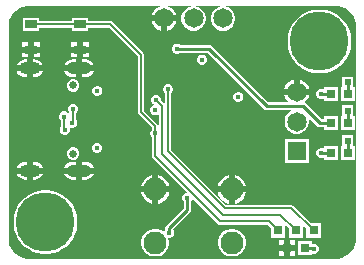
<source format=gtl>
G04*
G04 #@! TF.GenerationSoftware,Altium Limited,DefaultClient, ()*
G04*
G04 Layer_Physical_Order=1*
G04 Layer_Color=255*
%FSLAX44Y44*%
%MOMM*%
G71*
G04*
G04 #@! TF.SameCoordinates,17B1D168-C64C-4368-B74A-C04FDEF24575*
G04*
G04*
G04 #@! TF.FilePolarity,Positive*
G04*
G01*
G75*
%ADD15R,0.8000X0.8000*%
%ADD16R,1.0000X0.7500*%
%ADD17R,0.5500X0.5500*%
G04:AMPARAMS|DCode=21|XSize=1mm|YSize=2.1mm|CornerRadius=0.5mm|HoleSize=0mm|Usage=FLASHONLY|Rotation=90.000|XOffset=0mm|YOffset=0mm|HoleType=Round|Shape=RoundedRectangle|*
%AMROUNDEDRECTD21*
21,1,1.0000,1.1000,0,0,90.0*
21,1,0.0000,2.1000,0,0,90.0*
1,1,1.0000,0.5500,0.0000*
1,1,1.0000,0.5500,0.0000*
1,1,1.0000,-0.5500,0.0000*
1,1,1.0000,-0.5500,0.0000*
%
%ADD21ROUNDEDRECTD21*%
%ADD23C,0.6500*%
G04:AMPARAMS|DCode=24|XSize=1mm|YSize=1.8mm|CornerRadius=0.5mm|HoleSize=0mm|Usage=FLASHONLY|Rotation=90.000|XOffset=0mm|YOffset=0mm|HoleType=Round|Shape=RoundedRectangle|*
%AMROUNDEDRECTD24*
21,1,1.0000,0.8000,0,0,90.0*
21,1,0.0000,1.8000,0,0,90.0*
1,1,1.0000,0.4000,0.0000*
1,1,1.0000,0.4000,0.0000*
1,1,1.0000,-0.4000,0.0000*
1,1,1.0000,-0.4000,0.0000*
%
%ADD24ROUNDEDRECTD24*%
%ADD29C,0.2540*%
%ADD30C,0.1520*%
%ADD31C,5.0000*%
%ADD32C,1.9500*%
%ADD33C,2.4000*%
%ADD34C,1.6500*%
%ADD35R,1.6500X1.6500*%
%ADD36C,0.4500*%
G36*
X13745Y24354D02*
X16828Y23077D01*
X19603Y21223D01*
X21963Y18863D01*
X23817Y16088D01*
X25094Y13005D01*
X25745Y9732D01*
Y8063D01*
X25745Y-171936D01*
Y-173605D01*
X25094Y-176878D01*
X23817Y-179961D01*
X21963Y-182736D01*
X19603Y-185096D01*
X16828Y-186950D01*
X13745Y-188227D01*
X10472Y-188878D01*
X-252865D01*
X-256138Y-188227D01*
X-259221Y-186950D01*
X-261996Y-185096D01*
X-264356Y-182736D01*
X-266210Y-179961D01*
X-267487Y-176878D01*
X-268138Y-173605D01*
Y-171936D01*
Y8063D01*
Y9732D01*
X-267487Y13005D01*
X-266210Y16088D01*
X-264356Y18863D01*
X-261996Y21223D01*
X-259221Y23077D01*
X-256138Y24354D01*
X-252865Y25005D01*
X-251196Y25005D01*
X-251196D01*
X-251196D01*
X-139258D01*
X-140790Y24594D01*
X-143251Y23174D01*
X-145260Y21165D01*
X-146680Y18705D01*
X-147116Y17080D01*
X-126136D01*
X-126571Y18705D01*
X-127992Y21165D01*
X-130000Y23174D01*
X-132461Y24594D01*
X-133993Y25005D01*
X8803Y25005D01*
X10472D01*
X13745Y24354D01*
D02*
G37*
%LPC*%
G36*
X-200692Y15228D02*
X-214692D01*
Y12292D01*
X-242348D01*
Y15228D01*
X-256348D01*
Y3728D01*
X-242348D01*
Y6664D01*
X-214692D01*
Y3728D01*
X-200692D01*
Y6664D01*
X-183204D01*
X-158944Y-17596D01*
Y-64690D01*
X-158765Y-65588D01*
X-158730Y-65767D01*
X-158120Y-66680D01*
X-147074Y-77726D01*
Y-79584D01*
X-147863Y-80373D01*
X-148510Y-81935D01*
Y-83625D01*
X-147863Y-85187D01*
X-147074Y-85976D01*
Y-101960D01*
X-146895Y-102858D01*
X-146860Y-103037D01*
X-146250Y-103950D01*
X-117167Y-133032D01*
X-117632D01*
X-119194Y-133679D01*
X-120389Y-134875D01*
X-121036Y-136437D01*
Y-138128D01*
X-120389Y-139690D01*
X-120120Y-139959D01*
Y-145885D01*
X-134473Y-160238D01*
X-135196Y-161320D01*
X-135450Y-162596D01*
Y-164237D01*
X-135719Y-164506D01*
X-136366Y-166068D01*
Y-166403D01*
X-136911Y-165858D01*
X-139590Y-164311D01*
X-142579Y-163510D01*
X-145673D01*
X-148661Y-164311D01*
X-151340Y-165858D01*
X-153528Y-168046D01*
X-155075Y-170725D01*
X-155876Y-173713D01*
Y-176807D01*
X-155075Y-179796D01*
X-153528Y-182475D01*
X-151340Y-184663D01*
X-148661Y-186210D01*
X-145673Y-187010D01*
X-142579D01*
X-139590Y-186210D01*
X-136911Y-184663D01*
X-134723Y-182475D01*
X-133176Y-179796D01*
X-132376Y-176807D01*
Y-173713D01*
X-133071Y-171118D01*
X-132961Y-171163D01*
X-131270D01*
X-129708Y-170516D01*
X-128513Y-169321D01*
X-127866Y-167759D01*
Y-166068D01*
X-128513Y-164506D01*
X-128782Y-164237D01*
Y-163977D01*
X-114429Y-149624D01*
X-113706Y-148542D01*
X-113452Y-147267D01*
Y-139959D01*
X-113183Y-139690D01*
X-112536Y-138128D01*
Y-137663D01*
X-90810Y-159390D01*
X-89897Y-160000D01*
X-88820Y-160214D01*
X-48766D01*
X-46000Y-162980D01*
Y-171000D01*
X-34000D01*
Y-159980D01*
X-31000Y-162980D01*
Y-171000D01*
X-19000D01*
Y-159980D01*
X-16000Y-162980D01*
Y-171000D01*
X-4000D01*
Y-159000D01*
X-12020D01*
X-27040Y-143980D01*
X-27953Y-143370D01*
X-28132Y-143335D01*
X-29030Y-143156D01*
X-83844D01*
X-130456Y-96544D01*
Y-48836D01*
X-129667Y-48047D01*
X-129020Y-46485D01*
Y-44795D01*
X-129667Y-43233D01*
X-130863Y-42037D01*
X-132425Y-41390D01*
X-134115D01*
X-135677Y-42037D01*
X-136873Y-43233D01*
X-137520Y-44795D01*
Y-46485D01*
X-136873Y-48047D01*
X-136084Y-48836D01*
Y-58033D01*
X-136360Y-57620D01*
X-139180Y-54800D01*
Y-53685D01*
X-139827Y-52123D01*
X-141023Y-50927D01*
X-142585Y-50280D01*
X-144275D01*
X-145837Y-50927D01*
X-147033Y-52123D01*
X-147680Y-53685D01*
Y-55375D01*
X-147033Y-56937D01*
X-145837Y-58133D01*
X-144275Y-58780D01*
X-143160D01*
X-142577Y-59363D01*
X-143494Y-58983D01*
X-145185D01*
X-146747Y-59630D01*
X-147943Y-60825D01*
X-148590Y-62387D01*
Y-64078D01*
X-147943Y-65640D01*
X-146747Y-66836D01*
X-145185Y-67483D01*
X-143494D01*
X-141932Y-66836D01*
X-141164Y-66067D01*
Y-79866D01*
X-141446Y-79584D01*
Y-76560D01*
X-141660Y-75483D01*
X-142270Y-74570D01*
X-153316Y-63524D01*
Y-16430D01*
X-153530Y-15353D01*
X-154140Y-14440D01*
X-180048Y11468D01*
X-180961Y12078D01*
X-181140Y12113D01*
X-182038Y12292D01*
X-200692D01*
Y15228D01*
D02*
G37*
G36*
X-85276Y24790D02*
X-87975D01*
X-90582Y24091D01*
X-92919Y22742D01*
X-94828Y20833D01*
X-96177Y18496D01*
X-96876Y15889D01*
Y13190D01*
X-96177Y10583D01*
X-94828Y8246D01*
X-92919Y6338D01*
X-90582Y4988D01*
X-87975Y4290D01*
X-85276D01*
X-82669Y4988D01*
X-80332Y6338D01*
X-78424Y8246D01*
X-77074Y10583D01*
X-76376Y13190D01*
Y15889D01*
X-77074Y18496D01*
X-78424Y20833D01*
X-80332Y22742D01*
X-82669Y24091D01*
X-85276Y24790D01*
D02*
G37*
G36*
X-110276D02*
X-112975D01*
X-115582Y24091D01*
X-117919Y22742D01*
X-119828Y20833D01*
X-121177Y18496D01*
X-121876Y15889D01*
Y13190D01*
X-121177Y10583D01*
X-119828Y8246D01*
X-117919Y6338D01*
X-115582Y4988D01*
X-112975Y4290D01*
X-110276D01*
X-107669Y4988D01*
X-105332Y6338D01*
X-103424Y8246D01*
X-102074Y10583D01*
X-101376Y13190D01*
Y15889D01*
X-102074Y18496D01*
X-103424Y20833D01*
X-105332Y22742D01*
X-107669Y24091D01*
X-110276Y24790D01*
D02*
G37*
G36*
X-126136Y12000D02*
X-134086D01*
Y4050D01*
X-132461Y4485D01*
X-130000Y5906D01*
X-127992Y7915D01*
X-126571Y10375D01*
X-126136Y12000D01*
D02*
G37*
G36*
X-139166D02*
X-147116D01*
X-146680Y10375D01*
X-145260Y7915D01*
X-143251Y5906D01*
X-140790Y4485D01*
X-139166Y4050D01*
Y12000D01*
D02*
G37*
G36*
X-200152Y-5568D02*
X-205152D01*
Y-9318D01*
X-200152D01*
Y-5568D01*
D02*
G37*
G36*
X-210232D02*
X-215232D01*
Y-9318D01*
X-210232D01*
Y-5568D01*
D02*
G37*
G36*
X-241808D02*
X-246808D01*
Y-9318D01*
X-241808D01*
Y-5568D01*
D02*
G37*
G36*
X-251888D02*
X-256888D01*
Y-9318D01*
X-251888D01*
Y-5568D01*
D02*
G37*
G36*
X-200152Y-14398D02*
X-205152D01*
Y-18148D01*
X-200152D01*
Y-14398D01*
D02*
G37*
G36*
X-210232D02*
X-215232D01*
Y-18148D01*
X-210232D01*
Y-14398D01*
D02*
G37*
G36*
X-241808D02*
X-246808D01*
Y-18148D01*
X-241808D01*
Y-14398D01*
D02*
G37*
G36*
X-251888D02*
X-256888D01*
Y-18148D01*
X-251888D01*
Y-14398D01*
D02*
G37*
G36*
X-103430Y-16070D02*
X-105121D01*
X-106683Y-16717D01*
X-107879Y-17913D01*
X-108526Y-19475D01*
Y-21165D01*
X-107879Y-22727D01*
X-106683Y-23923D01*
X-105121Y-24570D01*
X-103430D01*
X-101868Y-23923D01*
X-100673Y-22727D01*
X-100026Y-21165D01*
Y-19475D01*
X-100673Y-17913D01*
X-101868Y-16717D01*
X-103430Y-16070D01*
D02*
G37*
G36*
X-203030Y-20235D02*
X-205990D01*
Y-25300D01*
X-195921D01*
X-196444Y-24037D01*
X-197652Y-22462D01*
X-199228Y-21254D01*
X-201062Y-20494D01*
X-203030Y-20235D01*
D02*
G37*
G36*
X-246330D02*
X-247790D01*
Y-25300D01*
X-239221D01*
X-239744Y-24037D01*
X-240952Y-22462D01*
X-242528Y-21254D01*
X-244362Y-20494D01*
X-246330Y-20235D01*
D02*
G37*
G36*
X-252870D02*
X-254330D01*
X-256298Y-20494D01*
X-258132Y-21254D01*
X-259708Y-22462D01*
X-260916Y-24037D01*
X-261439Y-25300D01*
X-252870D01*
Y-20235D01*
D02*
G37*
G36*
X-211070D02*
X-214030D01*
X-215998Y-20494D01*
X-217833Y-21254D01*
X-219408Y-22462D01*
X-220616Y-24037D01*
X-221139Y-25300D01*
X-211070D01*
Y-20235D01*
D02*
G37*
G36*
X-2875Y22000D02*
X-7125D01*
X-11322Y21335D01*
X-15364Y20022D01*
X-19151Y18092D01*
X-22589Y15595D01*
X-25594Y12589D01*
X-28093Y9151D01*
X-30022Y5364D01*
X-31335Y1322D01*
X-32000Y-2875D01*
Y-7125D01*
X-31335Y-11322D01*
X-30022Y-15364D01*
X-28093Y-19151D01*
X-25594Y-22589D01*
X-22589Y-25594D01*
X-19151Y-28093D01*
X-15364Y-30022D01*
X-11322Y-31335D01*
X-7125Y-32000D01*
X-2875D01*
X1322Y-31335D01*
X5364Y-30022D01*
X9151Y-28093D01*
X12589Y-25594D01*
X15595Y-22589D01*
X18092Y-19151D01*
X20022Y-15364D01*
X21335Y-11322D01*
X22000Y-7125D01*
Y-2875D01*
X21335Y1322D01*
X20022Y5364D01*
X18092Y9151D01*
X15595Y12589D01*
X12589Y15595D01*
X9151Y18092D01*
X5364Y20022D01*
X1322Y21335D01*
X-2875Y22000D01*
D02*
G37*
G36*
X-195921Y-30380D02*
X-205990D01*
Y-35445D01*
X-203030D01*
X-201062Y-35186D01*
X-199228Y-34426D01*
X-197652Y-33218D01*
X-196444Y-31642D01*
X-195921Y-30380D01*
D02*
G37*
G36*
X-211070D02*
X-221139D01*
X-220616Y-31642D01*
X-219408Y-33218D01*
X-217833Y-34426D01*
X-215998Y-35186D01*
X-214030Y-35445D01*
X-211070D01*
Y-30380D01*
D02*
G37*
G36*
X-239221D02*
X-247790D01*
Y-35445D01*
X-246330D01*
X-244362Y-35186D01*
X-242528Y-34426D01*
X-240952Y-33218D01*
X-239744Y-31642D01*
X-239221Y-30380D01*
D02*
G37*
G36*
X-252870D02*
X-261439D01*
X-260916Y-31642D01*
X-259708Y-33218D01*
X-258132Y-34426D01*
X-256298Y-35186D01*
X-254330Y-35445D01*
X-252870D01*
Y-30380D01*
D02*
G37*
G36*
X-21786Y-37270D02*
Y-45220D01*
X-13836D01*
X-14271Y-43595D01*
X-15691Y-41135D01*
X-17700Y-39126D01*
X-20161Y-37706D01*
X-21786Y-37270D01*
D02*
G37*
G36*
X-26866D02*
X-28490Y-37706D01*
X-30951Y-39126D01*
X-32960Y-41135D01*
X-34380Y-43595D01*
X-34816Y-45220D01*
X-26866D01*
Y-37270D01*
D02*
G37*
G36*
X10450Y-43760D02*
X-1550D01*
Y-45753D01*
X-2885Y-45200D01*
X-4575D01*
X-6137Y-45847D01*
X-7333Y-47043D01*
X-7980Y-48605D01*
Y-50295D01*
X-7333Y-51857D01*
X-6137Y-53053D01*
X-4575Y-53700D01*
X-2885D01*
X-1550Y-53147D01*
Y-55760D01*
X10450D01*
Y-43760D01*
D02*
G37*
G36*
X-212486Y-36890D02*
X-214574D01*
X-216504Y-37689D01*
X-217981Y-39166D01*
X-218780Y-41096D01*
Y-43184D01*
X-217981Y-45114D01*
X-216504Y-46591D01*
X-214574Y-47390D01*
X-212486D01*
X-210556Y-46591D01*
X-209079Y-45114D01*
X-208280Y-43184D01*
Y-41096D01*
X-209079Y-39166D01*
X-210556Y-37689D01*
X-212486Y-36890D01*
D02*
G37*
G36*
X-192195Y-42740D02*
X-193885D01*
X-195447Y-43387D01*
X-196643Y-44583D01*
X-197290Y-46145D01*
Y-47835D01*
X-196643Y-49397D01*
X-195447Y-50593D01*
X-193885Y-51240D01*
X-192195D01*
X-190633Y-50593D01*
X-189437Y-49397D01*
X-188790Y-47835D01*
Y-46145D01*
X-189437Y-44583D01*
X-190633Y-43387D01*
X-192195Y-42740D01*
D02*
G37*
G36*
X23740Y-34850D02*
X14240D01*
Y-43760D01*
X13450D01*
Y-55760D01*
X25450D01*
Y-43760D01*
X23740D01*
Y-34850D01*
D02*
G37*
G36*
X-72735Y-47740D02*
X-74425D01*
X-75987Y-48387D01*
X-77183Y-49583D01*
X-77830Y-51145D01*
Y-52835D01*
X-77183Y-54397D01*
X-75987Y-55593D01*
X-74425Y-56240D01*
X-72735D01*
X-71173Y-55593D01*
X-69977Y-54397D01*
X-69330Y-52835D01*
Y-51145D01*
X-69977Y-49583D01*
X-71173Y-48387D01*
X-72735Y-47740D01*
D02*
G37*
G36*
X-212922Y-57884D02*
X-214613D01*
X-216175Y-58531D01*
X-217370Y-59727D01*
X-218017Y-61289D01*
Y-62979D01*
X-217370Y-64542D01*
X-216839Y-65073D01*
Y-67606D01*
X-217459Y-66108D01*
X-218655Y-64913D01*
X-220217Y-64266D01*
X-221908D01*
X-223470Y-64913D01*
X-224665Y-66108D01*
X-225312Y-67671D01*
Y-69361D01*
X-224665Y-70923D01*
X-223721Y-71868D01*
Y-76608D01*
X-224354Y-77242D01*
X-225001Y-78804D01*
Y-80494D01*
X-224354Y-82056D01*
X-223158Y-83252D01*
X-221596Y-83899D01*
X-219906D01*
X-218344Y-83252D01*
X-217148Y-82056D01*
X-216501Y-80494D01*
Y-78804D01*
X-217148Y-77242D01*
X-218092Y-76297D01*
Y-75505D01*
X-217763Y-76301D01*
X-216567Y-77497D01*
X-215005Y-78144D01*
X-213315D01*
X-211753Y-77497D01*
X-210557Y-76301D01*
X-209910Y-74739D01*
Y-73048D01*
X-210557Y-71486D01*
X-211211Y-70832D01*
Y-65588D01*
X-210164Y-64542D01*
X-209517Y-62979D01*
Y-61289D01*
X-210164Y-59727D01*
X-211360Y-58531D01*
X-212922Y-57884D01*
D02*
G37*
G36*
X23740Y-58980D02*
X14240D01*
Y-67890D01*
X13450D01*
Y-79890D01*
X25450D01*
Y-67890D01*
X23740D01*
Y-58980D01*
D02*
G37*
G36*
X-124880Y-6870D02*
X-126571D01*
X-128133Y-7517D01*
X-129329Y-8713D01*
X-129976Y-10275D01*
Y-11966D01*
X-129329Y-13528D01*
X-128133Y-14723D01*
X-126571Y-15370D01*
X-124880D01*
X-123318Y-14723D01*
X-123049Y-14454D01*
X-99761D01*
X-52168Y-62048D01*
X-51086Y-62770D01*
X-49810Y-63024D01*
X-27592D01*
X-28282Y-63209D01*
X-30619Y-64558D01*
X-32528Y-66467D01*
X-33877Y-68804D01*
X-34576Y-71411D01*
Y-74110D01*
X-33877Y-76717D01*
X-32528Y-79054D01*
X-30619Y-80962D01*
X-28282Y-82312D01*
X-25675Y-83010D01*
X-22976D01*
X-20369Y-82312D01*
X-18032Y-80962D01*
X-16124Y-79054D01*
X-14774Y-76717D01*
X-14076Y-74110D01*
Y-71411D01*
X-14774Y-68804D01*
X-14942Y-68513D01*
X-7207Y-76248D01*
X-6126Y-76970D01*
X-4850Y-77224D01*
X-1550D01*
Y-79890D01*
X10450D01*
Y-67890D01*
X-1550D01*
Y-70556D01*
X-3469D01*
X-16692Y-57333D01*
X-17774Y-56610D01*
X-17997Y-56565D01*
X-17700Y-56395D01*
X-15691Y-54385D01*
X-14271Y-51925D01*
X-13836Y-50300D01*
X-34816D01*
X-34380Y-51925D01*
X-32960Y-54385D01*
X-30989Y-56356D01*
X-48429D01*
X-96023Y-8763D01*
X-97104Y-8040D01*
X-98380Y-7786D01*
X-123049D01*
X-123318Y-7517D01*
X-124880Y-6870D01*
D02*
G37*
G36*
X10450Y-93290D02*
X-1550D01*
Y-95411D01*
X-2445Y-95040D01*
X-4135D01*
X-5697Y-95687D01*
X-6893Y-96883D01*
X-7540Y-98445D01*
Y-100135D01*
X-6893Y-101697D01*
X-5697Y-102893D01*
X-4135Y-103540D01*
X-2445D01*
X-1550Y-103169D01*
Y-105290D01*
X10450D01*
Y-93290D01*
D02*
G37*
G36*
X-192665Y-91000D02*
X-194355D01*
X-195917Y-91647D01*
X-197113Y-92843D01*
X-197760Y-94405D01*
Y-96095D01*
X-197113Y-97657D01*
X-195917Y-98853D01*
X-194355Y-99500D01*
X-192665D01*
X-191103Y-98853D01*
X-189907Y-97657D01*
X-189260Y-96095D01*
Y-94405D01*
X-189907Y-92843D01*
X-191103Y-91647D01*
X-192665Y-91000D01*
D02*
G37*
G36*
X-212486Y-94690D02*
X-214574D01*
X-216504Y-95489D01*
X-217981Y-96966D01*
X-218780Y-98896D01*
Y-100984D01*
X-217981Y-102914D01*
X-216504Y-104391D01*
X-214574Y-105190D01*
X-212486D01*
X-210556Y-104391D01*
X-209079Y-102914D01*
X-208280Y-100984D01*
Y-98896D01*
X-209079Y-96966D01*
X-210556Y-95489D01*
X-212486Y-94690D01*
D02*
G37*
G36*
X23740Y-84380D02*
X14240D01*
Y-93290D01*
X13450D01*
Y-105290D01*
X25450D01*
Y-93290D01*
X23740D01*
Y-84380D01*
D02*
G37*
G36*
X-14076Y-87510D02*
X-34576D01*
Y-108010D01*
X-14076D01*
Y-87510D01*
D02*
G37*
G36*
X-203030Y-106635D02*
X-205990D01*
Y-111700D01*
X-195921D01*
X-196444Y-110437D01*
X-197652Y-108862D01*
X-199228Y-107654D01*
X-201062Y-106894D01*
X-203030Y-106635D01*
D02*
G37*
G36*
X-246330D02*
X-247790D01*
Y-111700D01*
X-239221D01*
X-239744Y-110437D01*
X-240952Y-108862D01*
X-242528Y-107654D01*
X-244362Y-106894D01*
X-246330Y-106635D01*
D02*
G37*
G36*
X-252870D02*
X-254330D01*
X-256298Y-106894D01*
X-258132Y-107654D01*
X-259708Y-108862D01*
X-260916Y-110437D01*
X-261439Y-111700D01*
X-252870D01*
Y-106635D01*
D02*
G37*
G36*
X-211070D02*
X-214030D01*
X-215998Y-106894D01*
X-217833Y-107654D01*
X-219408Y-108862D01*
X-220616Y-110437D01*
X-221139Y-111700D01*
X-211070D01*
Y-106635D01*
D02*
G37*
G36*
X-195921Y-116780D02*
X-205990D01*
Y-121845D01*
X-203030D01*
X-201062Y-121586D01*
X-199228Y-120826D01*
X-197652Y-119618D01*
X-196444Y-118042D01*
X-195921Y-116780D01*
D02*
G37*
G36*
X-211070D02*
X-221139D01*
X-220616Y-118042D01*
X-219408Y-119618D01*
X-217833Y-120826D01*
X-215998Y-121586D01*
X-214030Y-121845D01*
X-211070D01*
Y-116780D01*
D02*
G37*
G36*
X-239221D02*
X-247790D01*
Y-121845D01*
X-246330D01*
X-244362Y-121586D01*
X-242528Y-120826D01*
X-240952Y-119618D01*
X-239744Y-118042D01*
X-239221Y-116780D01*
D02*
G37*
G36*
X-252870D02*
X-261439D01*
X-260916Y-118042D01*
X-259708Y-119618D01*
X-258132Y-120826D01*
X-256298Y-121586D01*
X-254330Y-121845D01*
X-252870D01*
Y-116780D01*
D02*
G37*
G36*
X-76586Y-118217D02*
Y-127720D01*
X-67083D01*
X-67673Y-125517D01*
X-69291Y-122714D01*
X-71579Y-120426D01*
X-74382Y-118808D01*
X-76586Y-118217D01*
D02*
G37*
G36*
X-81666D02*
X-83869Y-118808D01*
X-86672Y-120426D01*
X-88960Y-122714D01*
X-90578Y-125517D01*
X-91169Y-127720D01*
X-81666D01*
Y-118217D01*
D02*
G37*
G36*
X-141586D02*
Y-127720D01*
X-132083D01*
X-132673Y-125517D01*
X-134291Y-122714D01*
X-136579Y-120426D01*
X-139382Y-118808D01*
X-141586Y-118217D01*
D02*
G37*
G36*
X-146666D02*
X-148869Y-118808D01*
X-151672Y-120426D01*
X-153960Y-122714D01*
X-155578Y-125517D01*
X-156169Y-127720D01*
X-146666D01*
Y-118217D01*
D02*
G37*
G36*
X-67083Y-132800D02*
X-76586D01*
Y-142303D01*
X-74382Y-141713D01*
X-71579Y-140095D01*
X-69291Y-137807D01*
X-67673Y-135004D01*
X-67083Y-132800D01*
D02*
G37*
G36*
X-81666D02*
X-91169D01*
X-90578Y-135004D01*
X-88960Y-137807D01*
X-86672Y-140095D01*
X-83869Y-141713D01*
X-81666Y-142303D01*
Y-132800D01*
D02*
G37*
G36*
X-132083D02*
X-141586D01*
Y-142303D01*
X-139382Y-141713D01*
X-136579Y-140095D01*
X-134291Y-137807D01*
X-132673Y-135004D01*
X-132083Y-132800D01*
D02*
G37*
G36*
X-146666D02*
X-156169D01*
X-155578Y-135004D01*
X-153960Y-137807D01*
X-151672Y-140095D01*
X-148869Y-141713D01*
X-146666Y-142303D01*
Y-132800D01*
D02*
G37*
G36*
X-25960Y-173460D02*
X-29960D01*
Y-177460D01*
X-25960D01*
Y-173460D01*
D02*
G37*
G36*
X-35040D02*
X-39040D01*
Y-177460D01*
X-35040D01*
Y-173460D01*
D02*
G37*
G36*
X-11500Y-174000D02*
X-23500D01*
Y-186000D01*
X-11500D01*
Y-184310D01*
X-10825Y-184590D01*
X-9135D01*
X-7573Y-183943D01*
X-6377Y-182747D01*
X-5730Y-181185D01*
Y-179495D01*
X-6377Y-177933D01*
X-7573Y-176737D01*
X-9135Y-176090D01*
X-10825D01*
X-11500Y-176369D01*
Y-174000D01*
D02*
G37*
G36*
X-234875Y-131000D02*
X-239125D01*
X-243323Y-131665D01*
X-247364Y-132978D01*
X-251151Y-134908D01*
X-254589Y-137406D01*
X-257595Y-140411D01*
X-260093Y-143849D01*
X-262022Y-147636D01*
X-263335Y-151678D01*
X-264000Y-155875D01*
Y-160125D01*
X-263335Y-164322D01*
X-262022Y-168364D01*
X-260093Y-172151D01*
X-257595Y-175589D01*
X-254589Y-178594D01*
X-251151Y-181092D01*
X-247364Y-183022D01*
X-243323Y-184335D01*
X-239125Y-185000D01*
X-234875D01*
X-230678Y-184335D01*
X-226636Y-183022D01*
X-222849Y-181092D01*
X-219411Y-178594D01*
X-216406Y-175589D01*
X-213908Y-172151D01*
X-211978Y-168364D01*
X-210665Y-164322D01*
X-210000Y-160125D01*
Y-155875D01*
X-210665Y-151678D01*
X-211978Y-147636D01*
X-213908Y-143849D01*
X-216406Y-140411D01*
X-219411Y-137406D01*
X-222849Y-134908D01*
X-226636Y-132978D01*
X-230678Y-131665D01*
X-234875Y-131000D01*
D02*
G37*
G36*
X-25960Y-182540D02*
X-29960D01*
Y-186540D01*
X-25960D01*
Y-182540D01*
D02*
G37*
G36*
X-35040D02*
X-39040D01*
Y-186540D01*
X-35040D01*
Y-182540D01*
D02*
G37*
G36*
X-77579Y-163510D02*
X-80673D01*
X-83661Y-164311D01*
X-86340Y-165858D01*
X-88528Y-168046D01*
X-90075Y-170725D01*
X-90876Y-173713D01*
Y-176807D01*
X-90075Y-179796D01*
X-88528Y-182475D01*
X-86340Y-184663D01*
X-83661Y-186210D01*
X-80673Y-187010D01*
X-77579D01*
X-74590Y-186210D01*
X-71911Y-184663D01*
X-69723Y-182475D01*
X-68176Y-179796D01*
X-67376Y-176807D01*
Y-173713D01*
X-68176Y-170725D01*
X-69723Y-168046D01*
X-71911Y-165858D01*
X-74590Y-164311D01*
X-77579Y-163510D01*
D02*
G37*
%LPD*%
D15*
X-17500Y-180000D02*
D03*
X-32500D02*
D03*
X-40000Y-165000D02*
D03*
X-25000D02*
D03*
X-10000D02*
D03*
X19450Y-99290D02*
D03*
X4450D02*
D03*
X19450Y-73890D02*
D03*
X4450D02*
D03*
X19450Y-49760D02*
D03*
X4450D02*
D03*
D16*
X-249348Y9478D02*
D03*
Y-11858D02*
D03*
X-207692D02*
D03*
Y9478D02*
D03*
D17*
X18990Y-89130D02*
D03*
X9990D02*
D03*
X18990Y-63730D02*
D03*
X9990D02*
D03*
X18990Y-39600D02*
D03*
X9990D02*
D03*
D21*
X-208530Y-27840D02*
D03*
Y-114240D02*
D03*
D23*
X-213530Y-42140D02*
D03*
Y-99940D02*
D03*
D24*
X-250330Y-27840D02*
D03*
Y-114240D02*
D03*
D29*
X18990Y-73430D02*
G03*
X19450Y-73890I460J0D01*
G01*
X18990Y-49180D02*
G03*
X19570Y-49760I580J0D01*
G01*
X-98380Y-11120D02*
X-49810Y-59690D01*
X-19050D01*
X-4850Y-73890D01*
X4450D01*
X-125726Y-11120D02*
X-98380D01*
X-132116Y-162596D02*
X-116786Y-147267D01*
Y-137282D01*
X-132116Y-166914D02*
Y-162596D01*
X-17500Y-180000D02*
X-10320D01*
X-9980Y-180340D01*
X-3730Y-49450D02*
X4140D01*
X4450Y-49760D01*
X-3290Y-99290D02*
X4450D01*
X18990Y-98830D02*
X19450Y-99290D01*
X18990Y-98830D02*
Y-89130D01*
Y-73430D02*
Y-63730D01*
Y-49180D02*
Y-39600D01*
D30*
X-220907Y-79493D02*
Y-68672D01*
X-214160Y-73894D02*
X-214025Y-73759D01*
X-221062Y-68516D02*
X-220907Y-68672D01*
X-214025Y-73759D02*
Y-62392D01*
X-220907Y-79493D02*
X-220751Y-79649D01*
X-214025Y-62392D02*
X-213767Y-62134D01*
X-38100Y-151900D02*
X-25000Y-165000D01*
X-86700Y-151900D02*
X-38100D01*
X-47600Y-157400D02*
X-40000Y-165000D01*
X-29030Y-145970D02*
X-10000Y-165000D01*
X-85010Y-145970D02*
X-29030D01*
X-133270Y-97710D02*
Y-45640D01*
Y-97710D02*
X-85010Y-145970D01*
X-88820Y-157400D02*
X-47600D01*
X-144260Y-101960D02*
Y-82780D01*
Y-101960D02*
X-88820Y-157400D01*
X-144260Y-82780D02*
Y-76560D01*
X-156130Y-64690D02*
X-144260Y-76560D01*
X-138350Y-100250D02*
X-86700Y-151900D01*
X-138350Y-100250D02*
Y-59610D01*
X-156130Y-64690D02*
Y-16430D01*
X-249348Y9478D02*
X-207692D01*
X-182038D02*
X-156130Y-16430D01*
X-207692Y9478D02*
X-182038D01*
X-143430Y-54530D02*
X-138350Y-59610D01*
D31*
X-5000Y-5000D02*
D03*
X-237000Y-158000D02*
D03*
D32*
X-79126Y-175260D02*
D03*
Y-130260D02*
D03*
X-144126Y-175260D02*
D03*
Y-130260D02*
D03*
D33*
X-48376Y-122760D02*
D03*
X-174876D02*
D03*
Y-22760D02*
D03*
X-48376D02*
D03*
D34*
X-24326Y-47760D02*
D03*
Y-72760D02*
D03*
X-136626Y14540D02*
D03*
X-111626D02*
D03*
X-86626D02*
D03*
D35*
X-24326Y-97760D02*
D03*
D36*
X-170200Y-79061D02*
D03*
X-220751Y-79649D02*
D03*
X-214160Y-73894D02*
D03*
X-221062Y-68516D02*
D03*
X-213767Y-62134D02*
D03*
X-132116Y-166914D02*
D03*
X-9980Y-180340D02*
D03*
X-104276Y-20320D02*
D03*
X-193040Y-46990D02*
D03*
X-193510Y-95250D02*
D03*
X-143430Y-54530D02*
D03*
X-144340Y-63233D02*
D03*
X-152400Y-90170D02*
D03*
X-3730Y-49450D02*
D03*
X-133270Y-45640D02*
D03*
X-116786Y-137282D02*
D03*
X-144260Y-82780D02*
D03*
X-109405Y-82470D02*
D03*
X-122105D02*
D03*
X-96705D02*
D03*
Y-69770D02*
D03*
X-122105D02*
D03*
X-109601Y-69420D02*
D03*
X-97101Y-56920D02*
D03*
X-109405Y-57070D02*
D03*
X-122105D02*
D03*
X-55988Y-68313D02*
D03*
X-73580Y-51990D02*
D03*
X-125726Y-11120D02*
D03*
X-3290Y-99290D02*
D03*
M02*

</source>
